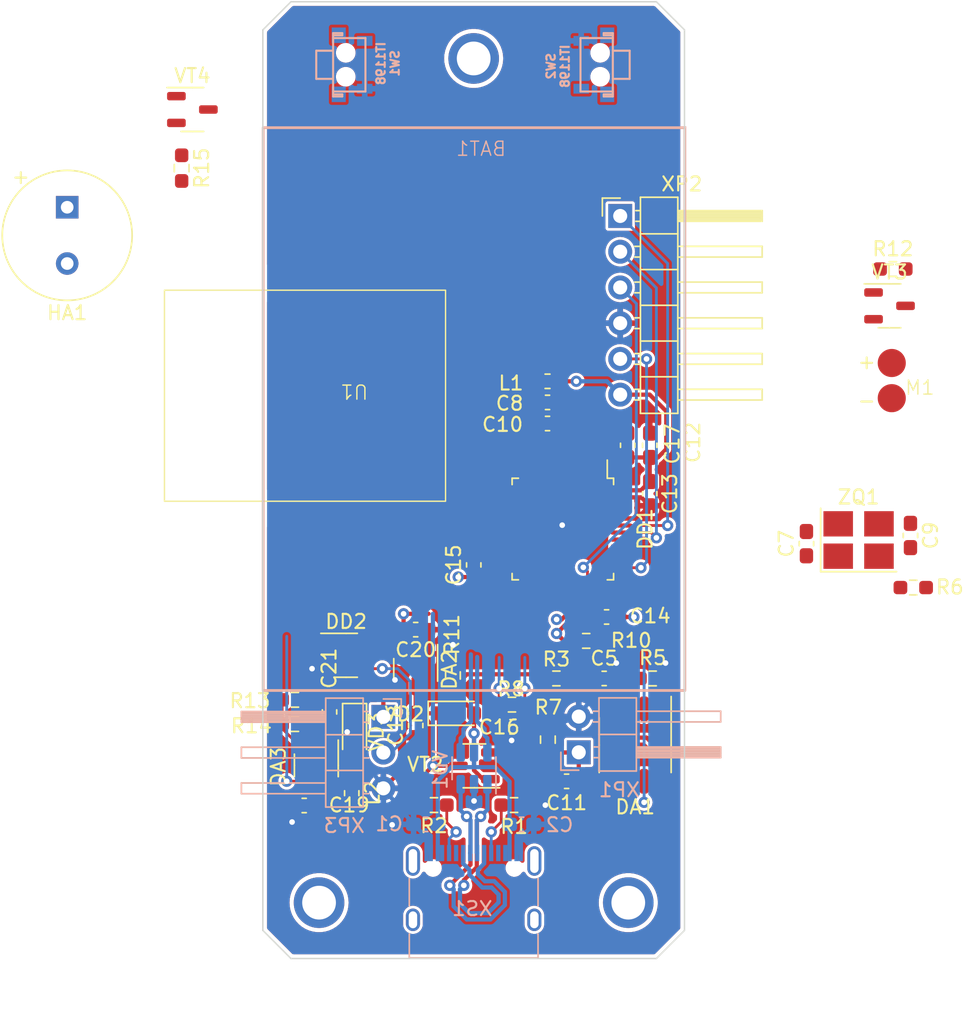
<source format=kicad_pcb>
(kicad_pcb (version 20221018) (generator pcbnew)
  (layers (0 "F.Cu" signal) (31 "B.Cu" signal) (36 "B.SilkS" user "B.Silkscreen") (37 "F.SilkS" user "F.Silkscreen") (38 "B.Mask" user) (39 "F.Mask" user) (44 "Edge.Cuts" user))
  (net 0 "")
  (net 1 "GND")
  (net 2 "/Unst.power")
  (net 3 "+3V3")
  (net 7 "/OSC_IN")
  (net 8 "/OSC_OUT")
  (net 9 "Net-(DA1-CE)")
  (net 10 "/VDDA")
  (net 11 "Net-(C9-Pad1)")
  (net 12 "/AKB")
  (net 13 "/BatADC")
  (net 14 "Net-(DA1-PROG)")
  (net 17 "/IS_CHARGING")
  (net 18 "Net-(DA3-SW)")
  (net 19 "Net-(DA3-FB)")
  (net 20 "/5V_EN")
  (net 22 "/BUT2")
  (net 23 "/BUT1")
  (net 24 "/BLE.TX")
  (net 25 "/BLE.RX")
  (net 26 "/BLE.PWRC")
  (net 27 "/BLE.RST")
  (net 28 "/BLE.STATUS")
  (net 29 "/USB.D-")
  (net 30 "/USB.D+")
  (net 31 "/SWDIO")
  (net 32 "/SWCLK")
  (net 35 "/VIBRO")
  (net 36 "/BatADC_EN")
  (net 41 "/USB.power")
  (net 45 "/NPX.D3V")
  (net 48 "/BUZZER")
  (net 49 "/UART.Cmd_TX")
  (net 50 "/UART.Cmd_RX")
  (net 52 "/NPX.D5V")
  (net 53 "Net-(HA1-+)")
  (net 54 "Net-(M1--)")
  (net 55 "Net-(XS1-CC1)")
  (net 56 "Net-(XS1-CC2)")
  (net 57 "Net-(VT3-D)")
  (net 58 "Net-(VT4-D)")
  (net 59 "/D+")
  (net 62 "/D-")
  (net 64 "/5V")
  (net 82 "/NRST")
  (footprint "Inductor_SMD:L_0603_1608Metric_Pad1.05x0.95mm_HandSolder" (layer "F.Cu") (at 109.325 90.25 90)
    (fp_text reference "L2")
    (fp_text value "4.7u")
  )
  (footprint "Capacitor_SMD:C_0603_1608Metric_Pad1.08x0.95mm_HandSolder" (layer "F.Cu") (at 128.9575 65.525 90)
    (fp_text reference "C17")
    (fp_text value "100n")
  )
  (footprint "Resistor_SMD:R_0603_1608Metric_Pad0.98x0.95mm_HandSolder" (layer "F.Cu") (at 120.725 83.955)
    (fp_text reference "R8")
    (fp_text value "100k")
  )
  (footprint "Inductor_SMD:L_0603_1608Metric_Pad1.05x0.95mm_HandSolder" (layer "F.Cu") (at 123.255 60.975 180)
    (fp_text reference "L1")
    (fp_text value "BLM##AG")
  )
  (footprint "Capacitor_SMD:C_0603_1608Metric_Pad1.08x0.95mm_HandSolder" (layer "F.Cu") (at 113.875 78.625 180)
    (fp_text reference "C20")
    (fp_text value "10u")
  )
  (footprint "Package_TO_SOT_SMD:SOT-23-6" (layer "F.Cu") (at 106.805 88.275 -90)
    (fp_text reference "DA3")
    (fp_text value "MT3608")
  )
  (footprint "Buzzer_Beeper:MagneticBuzzer_CUI_CST-931RP-A" (layer "F.Cu") (at 89.080723 48.605)
    (fp_text reference "HA1")
    (fp_text value "HC0903A")
  )
  (footprint "Resistor_SMD:R_0603_1608Metric_Pad0.98x0.95mm_HandSolder" (layer "F.Cu") (at 105.285 83.6125)
    (fp_text reference "R13")
    (fp_text value "110k")
  )
  (footprint "Package_TO_SOT_SMD:SOT-23-3" (layer "F.Cu") (at 118.052852 88.3075 180)
    (fp_text reference "VT2")
    (fp_text value "SI2302")
  )
  (footprint "Kais_Lib:Double_smd_solder" (layer "F.Cu") (at 147.745 60.925)
    (fp_text reference "M1")
    (fp_text value "Vibro_10mm")
  )
  (footprint "Capacitor_SMD:C_0603_1608Metric_Pad1.08x0.95mm_HandSolder" (layer "F.Cu") (at 123.255 62.475)
    (fp_text reference "C8")
    (fp_text value "1u")
  )
  (footprint "Resistor_SMD:R_0603_1608Metric_Pad0.98x0.95mm_HandSolder" (layer "F.Cu") (at 115.175 91.095)
    (fp_text reference "R2")
    (fp_text value "5.1k")
  )
  (footprint "Package_TO_SOT_SMD:SOT-23-5" (layer "F.Cu") (at 108.92527 80.45)
    (fp_text reference "DD2")
    (fp_text value "74LVC1G07")
  )
  (footprint "Package_QFP:LQFP-48_7x7mm_P0.5mm" (layer "F.Cu") (at 124.345 71.475 -90)
    (fp_text reference "DD1")
    (fp_text value "STM32F103CBTx")
  )
  (footprint "Capacitor_SMD:C_0603_1608Metric_Pad1.08x0.95mm_HandSolder" (layer "F.Cu") (at 130.525 68.9625 -90)
    (fp_text reference "C13")
    (fp_text value "100n")
  )
  (footprint "Package_TO_SOT_SMD:SOT-23-3" (layer "F.Cu") (at 113.875 81.4875 -90)
    (fp_text reference "DA2")
    (fp_text value "MCP1700-3302")
  )
  (footprint "Capacitor_SMD:C_0603_1608Metric_Pad1.08x0.95mm_HandSolder" (layer "F.Cu") (at 149.075 71.935 -90)
    (fp_text reference "C9")
    (fp_text value "8p*")
  )
  (footprint "Crystal:Crystal_SMD_3225-4Pin_3.2x2.5mm_HandSoldering" (layer "F.Cu") (at 145.385 72.255)
    (fp_text reference "ZQ1")
    (fp_text value "12MHz")
  )
  (footprint "Diode_SMD:D_SOD-323_HandSoldering" (layer "F.Cu") (at 116.77527 84.575)
    (fp_text reference "VD2")
    (fp_text value "PMEG3010")
  )
  (footprint "Kais_Lib:Hole_2.4" (layer "F.Cu") (at 107 98.03)
    (fp_text reference "H2" hide)
    (fp_text value "MountingHole")
  )
  (footprint "Capacitor_SMD:C_0603_1608Metric_Pad1.08x0.95mm_HandSolder" (layer "F.Cu") (at 113.875 85.4375 90)
    (fp_text reference "C18")
    (fp_text value "10u")
  )
  (footprint "Connector_PinHeader_2.54mm:PinHeader_1x06_P2.54mm_Horizontal" (layer "F.Cu") (at 128.425 49.225)
    (fp_text reference "XP2")
    (fp_text value "Conn_01x06")
  )
  (footprint "Resistor_SMD:R_0603_1608Metric_Pad0.98x0.95mm_HandSolder" (layer "F.Cu") (at 123.885 82.095 180)
    (fp_text reference "R3")
    (fp_text value "0.2")
  )
  (footprint "Capacitor_SMD:C_0603_1608Metric_Pad1.08x0.95mm_HandSolder" (layer "F.Cu") (at 118.005 74.025 90)
    (fp_text reference "C15")
    (fp_text value "100n")
  )
  (footprint "Package_SO:SO-8_3.9x4.9mm_P1.27mm" (layer "F.Cu") (at 129.49 86.83 -90)
    (fp_text reference "DA1")
    (fp_text value "TP4056")
  )
  (footprint "Capacitor_SMD:C_0603_1608Metric_Pad1.08x0.95mm_HandSolder" (layer "F.Cu") (at 130.525 65.525 90)
    (fp_text reference "C12")
    (fp_text value "4.7u")
  )
  (footprint "Capacitor_SMD:C_0603_1608Metric_Pad1.08x0.95mm_HandSolder" (layer "F.Cu") (at 107.745 84.475 90)
    (fp_text reference "C21")
    (fp_text value "22u")
  )
  (footprint "Resistor_SMD:R_0603_1608Metric_Pad0.98x0.95mm_HandSolder" (layer "F.Cu") (at 123.279642 86.445 -90)
    (fp_text reference "R7")
    (fp_text value "100k")
  )
  (footprint "Kais_Lib:JDY-23_BLE_module" (layer "F.Cu") (at 116 69.5 180)
    (fp_text reference "U1")
    (fp_text value "JDY-23")
  )
  (footprint "Package_TO_SOT_SMD:SOT-23-3" (layer "F.Cu") (at 97.9875 41.6588)
    (fp_text reference "VT4")
    (fp_text value "SI2302")
  )
  (footprint "Resistor_SMD:R_0603_1608Metric_Pad0.98x0.95mm_HandSolder" (layer "F.Cu") (at 116.52527 81.8825 -90)
    (fp_text reference "R11")
    (fp_text value "10k")
  )
  (footprint "Resistor_SMD:R_0603_1608Metric_Pad0.98x0.95mm_HandSolder" (layer "F.Cu") (at 120.875 91.095 180)
    (fp_text reference "R1")
    (fp_text value "5.1k")
  )
  (footprint "Resistor_SMD:R_0603_1608Metric_Pad0.98x0.95mm_HandSolder" (layer "F.Cu") (at 149.275 75.635)
    (fp_text reference "R6")
    (fp_text value "1k")
  )
  (footprint "Capacitor_SMD:C_0603_1608Metric_Pad1.08x0.95mm_HandSolder" (layer "F.Cu") (at 127.285 82.095)
    (fp_text reference "C5")
    (fp_text value "10u")
  )
  (footprint "Capacitor_SMD:C_0603_1608Metric_Pad1.08x0.95mm_HandSolder" (layer "F.Cu") (at 123.255 63.975)
    (fp_text reference "C10")
    (fp_text value "100n")
  )
  (footprint "Diode_SMD:D_SOD-323_HandSoldering" (layer "F.Cu") (at 109.525 85.8875 -90)
    (fp_text reference "VD3")
    (fp_text value "PMEG3010")
  )
  (footprint "Capacitor_SMD:C_0603_1608Metric_Pad1.08x0.95mm_HandSolder" (layer "F.Cu") (at 124.6125 89.405 180)
    (fp_text reference "C11")
    (fp_text value "10u")
  )
  (footprint "Resistor_SMD:R_0603_1608Metric_Pad0.98x0.95mm_HandSolder" (layer "F.Cu") (at 126.0075 79.425)
    (fp_text reference "R10")
    (fp_text value "1.5k")
  )
  (footprint "Kais_Lib:Hole_2.4" (layer "F.Cu") (at 129 98.03)
    (fp_text reference "H3" hide)
    (fp_text value "MountingHole")
  )
  (footprint "Package_TO_SOT_SMD:SOT-23-3" (layer "F.Cu") (at 147.5875 55.6124)
    (fp_text reference "VT3")
    (fp_text value "SI2302")
  )
  (footprint "Capacitor_SMD:C_0603_1608Metric_Pad1.08x0.95mm_HandSolder" (layer "F.Cu") (at 127.4575 77.725 180)
    (fp_text reference "C14")
    (fp_text value "100n")
  )
  (footprint "Capacitor_SMD:C_0603_1608Metric_Pad1.08x0.95mm_HandSolder" (layer "F.Cu") (at 141.675 72.515 90)
    (fp_text reference "C7")
    (fp_text value "8p*")
  )
  (footprint "Resistor_SMD:R_0603_1608Metric_Pad0.98x0.95mm_HandSolder" (layer "F.Cu") (at 130.7375 82.095 180)
    (fp_text reference "R5")
    (fp_text value "4.8k")
  )
  (footprint "Kais_Lib:Hole_2.4" (layer "F.Cu") (at 118 38.03)
    (fp_text reference "H1" hide)
    (fp_text value "MountingHole")
  )
  (footprint "Capacitor_SMD:C_0603_1608Metric_Pad1.08x0.95mm_HandSolder" (layer "F.Cu") (at 105.9425 91.125)
    (fp_text reference "C19")
    (fp_text value "22u")
  )
  (footprint "Resistor_SMD:R_0603_1608Metric_Pad0.98x0.95mm_HandSolder" (layer "F.Cu") (at 97.225 45.825 -90)
    (fp_text reference "R15")
    (fp_text value "1k")
  )
  (footprint "Capacitor_SMD:C_0603_1608Metric_Pad1.08x0.95mm_HandSolder" (layer "F.Cu") (at 120.725 85.5325)
    (fp_text reference "C16")
    (fp_text value "100n")
  )
  (footprint "Resistor_SMD:R_0603_1608Metric_Pad0.98x0.95mm_HandSolder" (layer "F.Cu") (at 147.825 52.995)
    (fp_text reference "R12")
    (fp_text value "1k")
  )
  (footprint "Resistor_SMD:R_0603_1608Metric_Pad0.98x0.95mm_HandSolder" (layer "F.Cu") (at 105.285 85.3375 180)
    (fp_text reference "R14")
    (fp_text value "15k")
  )
  (footprint "Connector_PinHeader_2.54mm:PinHeader_1x02_P2.54mm_Horizontal" (layer "B.Cu") (at 125.475 87.345)
    (fp_text reference "XP1")
    (fp_text value "Conn_01x02")
  )
  (footprint "Capacitor_SMD:C_0603_1608Metric_Pad1.08x0.95mm_HandSolder" (layer "B.Cu") (at 114.5875 92.465 180)
    (fp_text reference "C1")
    (fp_text value "100n")
  )
  (footprint "Connector_PinHeader_2.54mm:PinHeader_1x03_P2.54mm_Horizontal" (layer "B.Cu") (at 111.575 84.825 180)
    (fp_text reference "XP3")
    (fp_text value "Conn_01x03")
  )
  (footprint "BtnsSwitches:BTN_IT1198" (layer "B.Cu") (at 106.8 38.48 90)
    (fp_text reference "SW1")
    (fp_text value "IT1198")
  )
  (footprint "Kais_Lib:AKB_05x30x40" (layer "B.Cu") (at 133.025 42.95 180)
    (fp_text reference "BAT1")
    (fp_text value "AKB")
  )
  (footprint "Capacitor_SMD:C_0603_1608Metric_Pad1.08x0.95mm_HandSolder" (layer "B.Cu") (at 121.4125 92.465)
    (fp_text reference "C2")
    (fp_text value "100n")
  )
  (footprint "Package_TO_SOT_SMD:SOT-23-6" (layer "B.Cu") (at 118.02527 88.48039 90)
    (fp_text reference "VD1")
    (fp_text value "USBLC6_2SC6")
  )
  (footprint "BtnsSwitches:BTN_IT1198" (layer "B.Cu") (at 129.1 38.48 -90)
    (fp_text reference "SW2")
    (fp_text value "IT1198")
  )
  (footprint "Connector_USB:USB_C_Receptacle_XKB_U262-16XN-4BVC11" (layer "B.Cu") (at 118 98.175 180)
    (fp_text reference "XS1")
    (fp_text value "USB_C_Receptacle_USB2.0")
  )
  (gr_line locked (start 105 102) (end 131 102) (stroke (width 0.1)) (layer "Edge.Cuts"))
  (gr_line locked (start 133 100) (end 133 36) (stroke (width 0.1)) (layer "Edge.Cuts"))
  (gr_line locked (start 105 34) (end 103 36) (stroke (width 0.1)) (layer "Edge.Cuts"))
  (gr_line locked (start 103 36) (end 103 100) (stroke (width 0.1)) (layer "Edge.Cuts"))
  (gr_line locked (start 133 36) (end 131 34) (stroke (width 0.1)) (layer "Edge.Cuts"))
  (gr_line locked (start 103 100) (end 105 102) (stroke (width 0.1)) (layer "Edge.Cuts"))
  (gr_line locked (start 131 102) (end 133 100) (stroke (width 0.1)) (layer "Edge.Cuts"))
  (gr_line locked (start 131 34) (end 105 34) (stroke (width 0.1)) (layer "Edge.Cuts"))
  (segment (start 118.72527 90.1) (end 120.7925 90.1) (width 0.3) (layer "F.Cu") (net 1))
  (segment (start 129.925 69.225) (end 130.525 69.825) (width 0.3) (layer "F.Cu") (net 1))
  (segment (start 124.1175 63.975) (end 124.1175 62.475) (width 0.3) (layer "F.Cu") (net 1))
  (segment (start 109 85.9) (end 108.4375 85.3375) (width 0.3) (layer "F.Cu") (net 1))
  (segment (start 115.3575 90) (end 114.2625 91.095) (width 0.3) (layer "F.Cu") (net 1))
  (segment (start 131.65 81) (end 131.65 82.095) (width 0.3) (layer "F.Cu") (net 1))
  (segment (start 116.55527 81) (end 116.52527 80.97) (width 0.3) (layer "F.Cu") (net 1))
  (segment (start 123.75 90.45) (end 123.1 91.1) (width 0.3) (layer "F.Cu") (net 1))
  (segment (start 128.5075 70.725) (end 124.775 70.725) (width 0.3) (layer "F.Cu") (net 1))
  (segment (start 113.875 87.605) (end 113.875 86.3) (width 0.3) (layer "F.Cu") (net 1))
  (segment (start 118.02527 90.8) (end 117.22527 90) (width 0.3) (layer "F.Cu") (net 1))
  (segment (start 114.7375 78.625) (end 115.45027 78.625) (width 0.3) (layer "F.Cu") (net 1))
  (segment (start 111.575 89.905) (end 113.875 87.605) (width 0.3) (layer "F.Cu") (net 1))
  (segment (start 126.595 73.495) (end 124.3 71.2) (width 0.3) (layer "F.Cu") (net 1))
  (segment (start 121.775 73.725) (end 124.3 71.2) (width 0.3) (layer "F.Cu") (net 1))
  (segment (start 131.395 84.255) (end 131.395 82.35) (width 0.3) (layer "F.Cu") (net 1))
  (segment (start 128.1475 81) (end 128.1475 82.095) (width 0.3) (layer "F.Cu") (net 1))
  (segment (start 112.7 82.2) (end 114.55 80.35) (width 0.3) (layer "F.Cu") (net 1))
  (segment (start 119.8625 85.6625) (end 120.7 86.5) (width 0.3) (layer "F.Cu") (net 1))
  (segment (start 123.75 89.405) (end 123.75 90.45) (width 0.3) (layer "F.Cu") (net 1))
  (segment (start 116.52527 79.7) (end 116.52527 80.97) (width 0.3) (layer "F.Cu") (net 1))
  (segment (start 107.745 85.3375) (end 106.1975 85.3375) (width 0.3) (layer "F.Cu") (net 1))
  (segment (start 128.5075 69.225) (end 129.925 69.225) (width 0.3) (layer "F.Cu") (net 1))
  (segment (start 123.1 91.1) (end 121.7925 91.1) (width 0.3) (layer "F.Cu") (net 1))
  (segment (start 126.595 75.6375) (end 126.595 73.495) (width 0.3) (layer "F.Cu") (net 1))
  (segment (start 126.595 75.6375) (end 126.595 77.725) (width 0.3) (layer "F.Cu") (net 1))
  (segment (start 118.02527 90.8) (end 118.72527 90.1) (width 0.3) (layer "F.Cu") (net 1))
  (segment (start 120.1825 73.725) (end 121.775 73.725) (width 0.3) (layer "F.Cu") (net 1))
  (segment (start 120.7925 90.1) (end 121.7875 91.095) (width 0.3) (layer "F.Cu") (net 1))
  (segment (start 114.55 80.35) (end 114.825 80.35) (width 0.3) (layer "F.Cu") (net 1))
  (segment (start 128.5075 69.225) (end 126.275 69.225) (width 0.3) (layer "F.Cu") (net 1))
  (segment (start 128.5075 70.725) (end 129.625 70.725) (width 0.3) (layer "F.Cu") (net 1))
  (segment (start 118.5625 73.1625) (end 119.125 73.725) (width 0.3) (layer "F.Cu") (net 1))
  (segment (start 128.1475 81) (end 116.55527 81) (width 0.3) (layer "F.Cu") (net 1))
  (segment (start 106.1975 85.3375) (end 106.1975 85.5975) (width 0.3) (layer "F.Cu") (net 1))
  (segment (start 119.125 73.725) (end 120.1825 73.725) (width 0.3) (layer "F.Cu") (net 1))
  (segment (start 119.8625 85.5325) (end 119.8625 85.6625) (width 0.3) (layer "F.Cu") (net 1))
  (segment (start 105.08 92.3) (end 105.08 91.125) (width 0.3) (layer "F.Cu") (net 1))
  (segment (start 123.595 64.4975) (end 124.1175 63.975) (width 0.3) (layer "F.Cu") (net 1))
  (segment (start 123.595 67.3125) (end 123.595 64.4975) (width 0.3) (layer "F.Cu") (net 1))
  (segment (start 114.2625 91.095) (end 113.605 91.095) (width 0.3) (layer "F.Cu") (net 1))
  (segment (start 131.395 82.35) (end 131.65 82.095) (width 0.3) (layer "F.Cu") (net 1))
  (segment (start 112.4 82.2) (end 112.7 82.2) (width 0.3) (layer "F.Cu") (net 1))
  (segment (start 128.1475 82.095) (end 128.855 82.8025) (width 0.3) (layer "F.Cu") (net 1))
  (segment (start 117.22527 90) (end 115.3575 90) (width 0.3) (layer "F.Cu") (net 1))
  (segment (start 108.4375 85.3375) (end 107.745 85.3375) (width 0.3) (layer "F.Cu") (net 1))
  (segment (start 106.1975 85.5975) (end 106.805 86.205) (width 0.3) (layer "F.Cu") (net 1))
  (segment (start 123.595 67.3125) (end 123.595 70.495) (width 0.3) (layer "F.Cu") (net 1))
  (segment (start 107.65375 85.3375) (end 106.805 86.18625) (width 0.3) (layer "F.Cu") (net 1))
  (segment (start 113.605 91.095) (end 112.2 92.5) (width 0.3) (layer "F.Cu") (net 1))
  (segment (start 114.825 80.35) (end 114.825 78.7125) (width 0.3) (layer "F.Cu") (net 1))
  (segment (start 118.005 73.1625) (end 118.5625 73.1625) (width 0.3) (layer "F.Cu") (net 1))
  (segment (start 106.805 86.18625) (end 106.805 87.1375) (width 0.3) (layer "F.Cu") (net 1))
  (segment (start 106.805 86.205) (end 106.805 87.1375) (width 0.3) (layer "F.Cu") (net 1))
  (segment (start 126.275 69.225) (end 124.3 71.2) (width 0.3) (layer "F.Cu") (net 1))
  (segment (start 123.595 70.495) (end 124.3 71.2) (width 0.3) (layer "F.Cu") (net 1))
  (segment (start 107.745 85.3375) (end 107.65375 85.3375) (width 0.3) (layer "F.Cu") (net 1))
  (segment (start 114.825 78.7125) (end 114.7375 78.625) (width 0.3) (layer "F.Cu") (net 1))
  (segment (start 115.45027 78.625) (end 116.52527 79.7) (width 0.3) (layer "F.Cu") (net 1))
  (segment (start 129.625 70.725) (end 130.525 69.825) (width 0.3) (layer "F.Cu") (net 1))
  (segment (start 121.7925 91.1) (end 121.7875 91.095) (width 0.3) (layer "F.Cu") (net 1))
  (segment (start 124.775 70.725) (end 124.3 71.2) (width 0.3) (layer "F.Cu") (net 1))
  (segment (start 128.855 82.8025) (end 128.855 84.255) (width 0.3) (layer "F.Cu") (net 1))
  (segment (start 131.65 81) (end 128.1475 81) (width 0.3) (layer "F.Cu") (net 1))
  (via (at 112.2 92.5) (size 0.8) (drill 0.4) (layers "F.Cu" "B.Cu") (net 1))
  (via (at 105.08 92.3) (size 0.8) (drill 0.4) (layers "F.Cu" "B.Cu") (net 1))
  (via (at 123.1 91.1) (size 0.8) (drill 0.4) (layers "F.Cu" "B.Cu") (net 1))
  (via (at 109 85.9) (size 0.8) (drill 0.4) (layers "F.Cu" "B.Cu") (net 1))
  (via (at 112.4 82.2) (size 0.8) (drill 0.4) (layers "F.Cu" "B.Cu") (net 1))
  (via (at 128.1475 81) (size 0.8) (drill 0.4) (layers "F.Cu" "B.Cu") (net 1))
  (via (at 116.52527 79.7) (size 0.8) (drill 0.4) (layers "F.Cu" "B.Cu") (net 1))
  (via (at 118.02527 90.8) (size 0.8) (drill 0.4) (layers "F.Cu" "B.Cu") (net 1))
  (via (at 124.3 71.2) (size 0.8) (drill 0.4) (layers "F.Cu" "B.Cu") (net 1))
  (via (at 106.5 81.4) (size 0.8) (drill 0.4) (layers "F.Cu" "B.Cu") (net 1))
  (via (at 120.7 86.5) (size 0.8) (drill 0.4) (layers "F.Cu" "B.Cu") (net 1))
  (via (at 131.65 81) (size 0.8) (drill 0.4) (layers "F.Cu" "B.Cu") (net 1))
  (segment (start 111.575 89.905) (end 113.725 92.465) (width 0.3) (layer "B.Cu") (net 1))
  (segment (start 109 85.9) (end 111.575 89.905) (width 0.3) (layer "B.Cu") (net 1))
  (segment (start 109 84.4) (end 109 85.9) (width 0.3) (layer "B.Cu") (net 1))
  (segment (start 125.475 84.805) (end 120.7 86.5) (width 0.3) (layer "B.Cu") (net 1))
  (segment (start 112.4 82.2) (end 111.2 82.2) (width 0.3) (layer "B.Cu") (net 1))
  (segment (start 106.5 81.4) (end 109 85.9) (width 0.3) (layer "B.Cu") (net 1))
  (segment (start 122.275 92.465) (end 122.275 91.925) (width 0.3) (layer "B.Cu") (net 1))
  (segment (start 122.275 91.925) (end 123.1 91.1) (width 0.3) (layer "B.Cu") (net 1))
  (segment (start 128.1475 81) (end 125.475 84.805) (width 0.3) (layer "B.Cu") (net 1))
  (segment (start 112.2 92.5) (end 113.69 92.5) (width 0.3) (layer "B.Cu") (net 1))
  (segment (start 109 85.9) (end 105.08 92.3) (width 0.3) (layer "B.Cu") (net 1))
  (segment (start 113.69 92.5) (end 113.725 92.465) (width 0.3) (layer "B.Cu") (net 1))
  (segment (start 118.02527 90.8) (end 118.02527 89.61789) (width 0.3) (layer "B.Cu") (net 1))
  (segment (start 114.65 94.505) (end 114.65 93.39) (width 0.3) (layer "B.Cu") (net 1))
  (segment (start 114.65 93.39) (end 113.725 92.465) (width 0.3) (layer "B.Cu") (net 1))
  (segment (start 121.35 93.39) (end 122.275 92.465) (width 0.3) (layer "B.Cu") (net 1))
  (segment (start 121.35 94.505) (end 121.35 93.39) (width 0.3) (layer "B.Cu") (net 1))
  (segment (start 120.7 86.5) (end 123.1 91.1) (width 0.3) (layer "B.Cu") (net 1))
  (segment (start 111.2 82.2) (end 109 84.4) (width 0.3) (layer "B.Cu") (net 1))
  (segment (start 116.907852 88.3) (end 116.915352 88.3075) (width 0.3) (layer "F.Cu") (net 2))
  (segment (start 115.52527 87.87473) (end 115.1 88.3) (width 0.3) (layer "F.Cu") (net 2))
  (segment (start 115.1 88.3) (end 112.275 91.125) (width 0.3) (layer "F.Cu") (net 2))
  (segment (start 115.1 88.3) (end 116.907852 88.3) (width 0.3) (layer "F.Cu") (net 2))
  (segment (start 112.275 91.125) (end 109.325 91.125) (width 0.3) (layer "F.Cu") (net 2))
  (segment (start 113.875 84.575) (end 115.52527 84.575) (width 0.3) (layer "F.Cu") (net 2))
  (segment (start 113.875 82.625) (end 113.875 84.575) (width 0.3) (layer "F.Cu") (net 2))
  (segment (start 115.52527 84.575) (end 115.52527 87.87473) (width 0.3) (layer "F.Cu") (net 2))
  (segment (start 106.805 91.125) (end 109.325 91.125) (width 0.3) (layer "F.Cu") (net 2))
  (segment (start 106.805 91.125) (end 106.805 89.4125) (width 0.3) (layer "F.Cu") (net 2))
  (via (at 115.1 88.3) (size 0.8) (drill 0.4) (layers "F.Cu" "B.Cu") (net 2))
  (segment (start 115.1 88.3) (end 115.1 77.5) (width 0.3) (layer "B.Cu") (net 2))
  (segment (start 131.7 63.1) (end 131.7 65.8) (width 0.3) (layer "F.Cu") (net 3))
  (segment (start 116.9 74.8875) (end 118.005 74.8875) (width 0.3) (layer "F.Cu") (net 3))
  (segment (start 127.095 66.705) (end 127.095 67.3125) (width 0.3) (layer "F.Cu") (net 3))
  (segment (start 125.3 60.975) (end 124.13 60.975) (width 0.3) (layer "F.Cu") (net 3))
  (segment (start 129.4 77.725) (end 128.32 77.725) (width 0.3) (layer "F.Cu") (net 3))
  (segment (start 118.5125 74.8875) (end 118.005 74.8875) (width 0.3) (layer "F.Cu") (net 3))
  (segment (start 130.525 66.3875) (end 130.525 68.1) (width 0.3) (layer "F.Cu") (net 3))
  (segment (start 127.095 76.5) (end 128.32 77.725) (width 0.3) (layer "F.Cu") (net 3))
  (segment (start 128.5075 68.725) (end 129.9 68.725) (width 0.3) (layer "F.Cu") (net 3))
  (segment (start 131.7 65.8) (end 131.1125 66.3875) (width 0.3) (layer "F.Cu") (net 3))
  (segment (start 128.9575 66.3875) (end 127.4125 66.3875) (width 0.3) (layer "F.Cu") (net 3))
  (segment (start 127.4125 66.3875) (end 127.095 66.705) (width 0.3) (layer "F.Cu") (net 3))
  (segment (start 128.32 78.025) (end 126.92 79.425) (width 0.3) (layer "F.Cu") (net 3))
  (segment (start 128.425 61.925) (end 130.525 61.925) (width 0.3) (layer "F.Cu") (net 3))
  (segment (start 129.9 68.725) (end 130.525 68.1) (width 0.3) (layer "F.Cu") (net 3))
  (segment (start 120.1825 74.225) (end 119.175 74.225) (width 0.3) (layer "F.Cu") (net 3))
  (segment (start 113.0125 77.5) (end 114.7875 77.5) (width 0.3) (layer "F.Cu") (net 3))
  (segment (start 112.925 78.7125) (end 113.0125 78.625) (width 0.3) (layer "F.Cu") (net 3))
  (segment (start 113.0125 78.625) (end 113 78.6125) (width 0.3) (layer "F.Cu") (net 3))
  (segment (start 112.925 80.35) (end 112.925 78.7125) (width 0.3) (layer "F.Cu") (net 3))
  (segment (start 119.175 74.225) (end 118.5125 74.8875) (width 0.3) (layer "F.Cu") (net 3))
  (segment (start 130.525 61.925) (end 131.7 63.1) (width 0.3) (layer "F.Cu") (net 3))
  (segment (start 131.1125 66.3875) (end 130.525 66.3875) (width 0.3) (layer "F.Cu") (net 3))
  (segment (start 128.32 77.725) (end 128.32 78.025) (width 0.3) (layer "F.Cu") (net 3))
  (segment (start 127.095 75.6375) (end 127.095 76.5) (width 0.3) (layer "F.Cu") (net 3))
  (segment (start 113.0125 77.5) (end 113.0125 78.625) (width 0.3) (layer "F.Cu") (net 3))
  (segment (start 130.525 66.3875) (end 128.9575 66.3875) (width 0.3) (layer "F.Cu") (net 3))
  (via (at 129.4 77.725) (size 0.8) (drill 0.4) (layers "F.Cu" "B.Cu") (net 3))
  (via (at 113.0125 77.5) (size 0.8) (drill 0.4) (layers "F.Cu" "B.Cu") (net 3))
  (via (at 125.3 60.975) (size 0.8) (drill 0.4) (layers "F.Cu" "B.Cu") (net 3))
  (via (at 116.9 74.8875) (size 0.8) (drill 0.4) (layers "F.Cu" "B.Cu") (net 3))
  (segment (start 127.475 60.975) (end 128.425 61.925) (width 0.3) (layer "B.Cu") (net 3))
  (segment (start 125.3 60.975) (end 127.475 60.975) (width 0.3) (layer "B.Cu") (net 3))
  (segment (start 131.395 87.395) (end 131.395 89.405) (width 0.3) (layer "F.Cu") (net 9))
  (segment (start 124.7975 82.095) (end 126.4225 82.095) (width 0.3) (layer "F.Cu") (net 9))
  (segment (start 130.3 86.3) (end 131.395 87.395) (width 0.3) (layer "F.Cu") (net 9))
  (segment (start 127.585 85.485) (end 128.4 86.3) (width 0.3) (layer "F.Cu") (net 9))
  (segment (start 127.585 84.255) (end 127.585 85.485) (width 0.3) (layer "F.Cu") (net 9))
  (segment (start 127.585 84.255) (end 127.585 83.2575) (width 0.3) (layer "F.Cu") (net 9))
  (segment (start 128.4 86.3) (end 130.3 86.3) (width 0.3) (layer "F.Cu") (net 9))
  (segment (start 127.585 83.2575) (end 126.4225 82.095) (width 0.3) (layer "F.Cu") (net 9))
  (segment (start 122.38 60.975) (end 122.38 62.4625) (width 0.3) (layer "F.Cu") (net 10))
  (segment (start 122.3925 62.475) (end 122.3925 63.975) (width 0.3) (layer "F.Cu") (net 10))
  (segment (start 122.38 62.4625) (end 122.3925 62.475) (width 0.3) (layer "F.Cu") (net 10))
  (segment (start 122.3925 63.975) (end 123.095 64.6775) (width 0.3) (layer "F.Cu") (net 10))
  (segment (start 123.095 64.6775) (end 123.095 67.3125) (width 0.3) (layer "F.Cu") (net 10))
  (segment (start 123.279642 87.3575) (end 125.4625 87.3575) (width 0.3) (layer "F.Cu") (net 12))
  (segment (start 125.475 89.405) (end 127.585 89.405) (width 0.3) (layer "F.Cu") (net 12))
  (segment (start 125.4625 87.3575) (end 125.475 87.345) (width 0.3) (layer "F.Cu") (net 12))
  (segment (start 119.190352 87.3575) (end 123.279642 87.3575) (width 0.3) (layer "F.Cu") (net 12))
  (segment (start 125.475 89.405) (end 125.475 87.345) (width 0.3) (layer "F.Cu") (net 12))
  (segment (start 121.6375 83.955) (end 121.6375 82.8) (width 0.2) (layer "F.Cu") (net 13))
  (segment (start 121.5875 84.005) (end 121.6375 83.955) (width 0.2) (layer "F.Cu") (net 13))
  (segment (start 121.5875 85.5325) (end 121.5875 84.005) (width 0.2) (layer "F.Cu") (net 13))
  (segment (start 121.5875 85.5325) (end 123.279642 85.5325) (width 0.2) (layer "F.Cu") (net 13))
  (via (at 121.6375 82.8) (size 0.8) (drill 0.4) (layers "F.Cu" "B.Cu") (net 13))
  (segment (start 121.6375 82.8) (end 121.6375 80.6) (width 0.2) (layer "B.Cu") (net 13))
  (segment (start 130.125 82.395) (end 130.125 84.255) (width 0.2) (layer "F.Cu") (net 14))
  (segment (start 129.825 82.095) (end 130.125 82.395) (width 0.2) (layer "F.Cu") (net 14))
  (segment (start 130.125 90.9) (end 130.125 89.405) (width 0.2) (layer "F.Cu") (net 17))
  (via (at 130.125 90.9) (size 0.8) (drill 0.4) (layers "F.Cu" "B.Cu") (net 17))
  (segment (start 130.125 90.9) (end 130.125 80.3) (width 0.2) (layer "B.Cu") (net 17))
  (segment (start 107.755 87.1375) (end 109.525 87.1375) (width 0.3) (layer "F.Cu") (net 18))
  (segment (start 109.525 87.1375) (end 109.525 89.175) (width 0.3) (layer "F.Cu") (net 18))
  (segment (start 109.525 89.175) (end 109.325 89.375) (width 0.3) (layer "F.Cu") (net 18))
  (segment (start 104.3725 85.3375) (end 104.3725 85.655) (width 0.2) (layer "F.Cu") (net 19))
  (segment (start 104.3725 83.6125) (end 104.3725 85.3375) (width 0.2) (layer "F.Cu") (net 19))
  (segment (start 104.3725 85.655) (end 105.855 87.1375) (width 0.2) (layer "F.Cu") (net 19))
  (segment (start 105.8425 89.4) (end 105.855 89.4125) (width 0.2) (layer "F.Cu") (net 20))
  (segment (start 104.7 89.4) (end 105.8425 89.4) (width 0.2) (layer "F.Cu") (net 20))
  (via (at 104.7 89.4) (size 0.8) (drill 0.4) (layers "F.Cu" "B.Cu") (net 20))
  (segment (start 104.7 89.4) (end 104.7 79.1) (width 0.2) (layer "B.Cu") (net 20))
  (segment (start 123.9 77.9) (end 124.263603 77.9) (width 0.3) (layer "F.Cu") (net 29))
  (segment (start 125.12 77.043603) (end 125.12 76.768751) (width 0.3) (layer "F.Cu") (net 29))
  (segment (start 124.263603 77.9) (end 125.12 77.043603) (width 0.3) (layer "F.Cu") (net 29))
  (segment (start 125.095 76.743751) (end 125.095 75.6375) (width 0.3) (layer "F.Cu") (net 29))
  (segment (start 125.12 76.768751) (end 125.095 76.743751) (width 0.3) (layer "F.Cu") (net 29))
  (via (at 123.9 77.9) (size 0.8) (drill 0.4) (layers "F.Cu" "B.Cu") (net 29))
  (segment (start 117.8 80.6) (end 117.80027 85.164339) (width 0.3) (layer "B.Cu") (net 29))
  (segment (start 117.27527 86.149139) (end 117.07527 86.349139) (width 0.3) (layer "B.Cu") (net 29))
  (segment (start 117.8 80.3818) (end 117.8 80.6) (width 0.3) (layer "B.Cu") (net 29))
  (segment (start 117.07527 86.349139) (end 117.07527 87.34289) (width 0.3) (layer "B.Cu") (net 29))
  (segment (start 117.27527 85.689339) (end 117.27527 86.149139) (width 0.3) (layer "B.Cu") (net 29))
  (segment (start 117.80027 85.164339) (end 117.27527 85.689339) (width 0.3) (layer "B.Cu") (net 29))
  (segment (start 125.595 76.743751) (end 125.595 75.6375) (width 0.3) (layer "F.Cu") (net 30))
  (segment (start 125.57 77.23) (end 125.57 76.768751) (width 0.3) (layer "F.Cu") (net 30))
  (segment (start 125.57 76.768751) (end 125.595 76.743751) (width 0.3) (layer "F.Cu") (net 30))
  (segment (start 125.095 79.425) (end 124.425 79.425) (width 0.3) (layer "F.Cu") (net 30))
  (segment (start 123.9 78.9) (end 125.57 77.23) (width 0.3) (layer "F.Cu") (net 30))
  (segment (start 124.425 79.425) (end 123.9 78.9) (width 0.3) (layer "F.Cu") (net 30))
  (via (at 123.9 78.9) (size 0.8) (drill 0.4) (layers "F.Cu" "B.Cu") (net 30))
  (segment (start 118.77527 86.149139) (end 118.97527 86.349139) (width 0.3) (layer "B.Cu") (net 30))
  (segment (start 118.77527 85.689339) (end 118.77527 86.149139) (width 0.3) (layer "B.Cu") (net 30))
  (segment (start 118.25027 80.56793) (end 118.25027 85.164339) (width 0.3) (layer "B.Cu") (net 30))
  (segment (start 118.97527 86.349139) (end 118.97527 87.34289) (width 0.3) (layer "B.Cu") (net 30))
  (segment (start 118.25027 85.164339) (end 118.77527 85.689339) (width 0.3) (layer "B.Cu") (net 30))
  (segment (start 125.8 74.2) (end 126.095 74.495) (width 0.2) (layer "F.Cu") (net 31))
  (segment (start 126.095 74.495) (end 126.095 75.6375) (width 0.2) (layer "F.Cu") (net 31))
  (via (at 125.8 74.2) (size 0.8) (drill 0.4) (layers "F.Cu" "B.Cu") (net 31))
  (segment (start 125.8 74.2) (end 129.575 70.425) (width 0.2) (layer "B.Cu") (net 31))
  (segment (start 129.575 55.455) (end 128.425 54.305) (width 0.2) (layer "B.Cu") (net 31))
  (segment (start 129.575 70.425) (end 129.575 55.455) (width 0.2) (layer "B.Cu") (net 31))
  (segment (start 130.3 59.385) (end 128.425 59.385) (width 0.2) (layer "F.Cu") (net 32))
  (segment (start 128.5075 74.225) (end 129.9 74.225) (width 0.2) (layer "F.Cu") (net 32))
  (via (at 130.3 59.385) (size 0.8) (drill 0.4) (layers "F.Cu" "B.Cu") (net 32))
  (via (at 129.9 74.225) (size 0.8) (drill 0.4) (layers "F.Cu" "B.Cu") (net 32))
  (segment (start 130.3 73.825) (end 129.9 74.225) (width 0.2) (layer "B.Cu") (net 32))
  (segment (start 130.3 59.385) (end 130.3 73.825) (width 0.2) (layer "B.Cu") (net 32))
  (segment (start 119.8125 83.955) (end 119.8125 82.8) (width 0.2) (layer "F.Cu") (net 36))
  (via (at 119.8125 82.8) (size 0.8) (drill 0.4) (layers "F.Cu" "B.Cu") (net 36))
  (segment (start 119.8125 82.8) (end 119.8125 80.6) (width 0.2) (layer "B.Cu") (net 36))
  (segment (start 118.02527 86) (end 118.02527 84.575) (width 0.3) (layer "F.Cu") (net 41))
  (segment (start 117.52027 81.8) (end 116.52527 82.795) (width 0.3) (layer "F.Cu") (net 41))
  (segment (start 122.9725 82.095) (end 122.6775 81.8) (width 0.3) (layer "F.Cu") (net 41))
  (segment (start 122.9725 82.095) (end 122.7775 81.9) (width 0.3) (layer "F.Cu") (net 41))
  (segment (start 116.52527 82.795) (end 118.02527 84.575) (width 0.3) (layer "F.Cu") (net 41))
  (segment (start 118.6575 89.2575) (end 119.190352 89.2575) (width 0.3) (layer "F.Cu") (net 41))
  (segment (start 118.02527 88.62527) (end 118.6575 89.2575) (width 0.3) (layer "F.Cu") (net 41))
  (segment (start 118.02527 86) (end 118.02527 88.62527) (width 0.3) (layer "F.Cu") (net 41))
  (segment (start 122.6775 81.8) (end 117.52027 81.8) (width 0.3) (layer "F.Cu") (net 41))
  (via (at 118.02527 86) (size 0.8) (drill 0.4) (layers "F.Cu" "B.Cu") (net 41))
  (segment (start 118.02527 86) (end 118.02527 87.34289) (width 0.3) (layer "B.Cu") (net 41))
  (segment (start 119.525 88.4) (end 120.55 89.425) (width 0.3) (layer "B.Cu") (net 41))
  (segment (start 120.55 94.505) (end 120.55 92.465) (width 0.3) (layer "B.Cu") (net 41))
  (segment (start 118.02527 87.34289) (end 118.02527 88.32527) (width 0.3) (layer "B.Cu") (net 41))
  (segment (start 115.45 94.505) (end 115.45 92.465) (width 0.3) (layer "B.Cu") (net 41))
  (segment (start 116.4 88.4) (end 118.1 88.4) (width 0.3) (layer "B.Cu") (net 41))
  (segment (start 118.1 88.4) (end 119.525 88.4) (width 0.3) (layer "B.Cu") (net 41))
  (segment (start 115.45 92.465) (end 115.45 89.35) (width 0.3) (layer "B.Cu") (net 41))
  (segment (start 120.55 89.425) (end 120.55 92.465) (width 0.3) (layer "B.Cu") (net 41))
  (segment (start 115.45 89.35) (end 116.4 88.4) (width 0.3) (layer "B.Cu") (net 41))
  (segment (start 118.02527 88.32527) (end 118.1 88.4) (width 0.3) (layer "B.Cu") (net 41))
  (segment (start 130.625 71.725) (end 131 72.1) (width 0.2) (layer "F.Cu") (net 49))
  (segment (start 128.5075 71.725) (end 130.625 71.725) (width 0.2) (layer "F.Cu") (net 49))
  (via (at 131 72.1) (size 0.8) (drill 0.4) (layers "F.Cu" "B.Cu") (net 49))
  (segment (start 131 72.1) (end 131 54.34) (width 0.2) (layer "B.Cu") (net 49))
  (segment (start 131 54.34) (end 128.425 51.765) (width 0.2) (layer "B.Cu") (net 49))
  (segment (start 131.8 71.225) (end 128.5075 71.225) (width 0.2) (layer "F.Cu") (net 50))
  (via (at 131.8 71.225) (size 0.8) (drill 0.4) (layers "F.Cu" "B.Cu") (net 50))
  (segment (start 128.425 49.225) (end 131.8 52.6) (width 0.2) (layer "B.Cu") (net 50))
  (segment (start 131.8 52.6) (end 131.8 71.225) (width 0.2) (layer "B.Cu") (net 50))
  (segment (start 110.06277 81.4) (end 111.5 81.4) (width 0.2) (layer "F.Cu") (net 52))
  (via (at 111.5 81.4) (size 0.8) (drill 0.4) (layers "F.Cu" "B.Cu") (net 52))
  (segment (start 113.5 82.31005) (end 113.5 86) (width 0.2) (layer "B.Cu") (net 52))
  (segment (start 112.135 87.365) (end 111.575 87.365) (width 0.2) (layer "B.Cu") (net 52))
  (segment (start 111.5 81.4) (end 112.58995 81.4) (width 0.2) (layer "B.Cu") (net 52))
  (segment (start 112.58995 81.4) (end 113.5 82.31005) (width 0.2) (layer "B.Cu") (net 52))
  (segment (start 113.5 86) (end 112.135 87.365) (width 0.2) (layer "B.Cu") (net 52))
  (segment (start 119.9625 92.2875) (end 119.25 93) (width 0.2) (layer "F.Cu") (net 55))
  (segment (start 119.9625 91.095) (end 119.9625 92.2875) (width 0.2) (layer "F.Cu") (net 55))
  (via (at 119.25 93) (size 0.8) (drill 0.4) (layers "F.Cu" "B.Cu") (net 55))
  (segment (start 119.25 93) (end 119.25 94.505) (width 0.2) (layer "B.Cu") (net 55))
  (segment (start 116.0875 91.095) (end 116.0875 92.3375) (width 0.2) (layer "F.Cu") (net 56))
  (segment (start 116.0875 92.3375) (end 116.75 93) (width 0.2) (layer "F.Cu") (net 56))
  (via (at 116.75 93) (size 0.8) (drill 0.4) (layers "F.Cu" "B.Cu") (net 56))
  (segment (start 116.25 93.5) (end 116.25 94.505) (width 0.2) (layer "B.Cu") (net 56))
  (segment (start 116.75 93) (end 116.25 93.5) (width 0.2) (layer "B.Cu") (net 56))
  (segment (start 117.3 96.436397) (end 117.3 96.8) (width 0.3) (layer "F.Cu") (net 59))
  (segment (start 118.225001 95.511396) (end 117.3 96.436397) (width 0.3) (layer "F.Cu") (net 59))
  (segment (start 118.5 91.9) (end 118.225001 92.174999) (width 0.3) (layer "F.Cu") (net 59))
  (segment (start 118.225001 92.174999) (end 118.225001 95.511396) (width 0.3) (layer "F.Cu") (net 59))
  (via (at 117.3 96.8) (size 0.8) (drill 0.4) (layers "F.Cu" "B.Cu") (net 59))
  (via (at 118.5 91.9) (size 0.8) (drill 0.4) (layers "F.Cu" "B.Cu") (net 59))
  (segment (start 117.6932 98.775) (end 117.025 98.1068) (width 0.3) (layer "B.Cu") (net 59))
  (segment (start 118.225001 92.174999) (end 118.5 91.9) (width 0.3) (layer "B.Cu") (net 59))
  (segment (start 119.273197 96.954944) (end 119.768413 97.45016) (width 0.3) (layer "B.Cu") (net 59))
  (segment (start 119.768413 98.013387) (end 119.0068 98.775) (width 0.3) (layer "B.Cu") (net 59))
  (segment (start 118.97527 91.42473) (end 118.97527 89.61789) (width 0.3) (layer "B.Cu") (net 59))
  (segment (start 118.610153 96.954944) (end 119.273197 96.954944) (width 0.3) (layer "B.Cu") (net 59))
  (segment (start 117.25 94.505) (end 117.25 95.25) (width 0.3) (layer "B.Cu") (net 59))
  (segment (start 118.225001 94.480001) (end 118.225001 92.174999) (width 0.3) (layer "B.Cu") (net 59))
  (segment (start 119.0068 98.775) (end 117.6932 98.775) (width 0.3) (layer "B.Cu") (net 59))
  (segment (start 117.7 96.044791) (end 118.610153 96.954944) (width 0.3) (layer "B.Cu") (net 59))
  (segment (start 117.25 95.25) (end 117.7 95.7) (width 0.3) (layer "B.Cu") (net 59))
  (segment (start 117.025 98.1068) (end 117.025001 97.074999) (width 0.3) (layer "B.Cu") (net 59))
  (segment (start 117.7 95.7) (end 117.7 96.044791) (width 0.3) (layer "B.Cu") (net 59))
  (segment (start 119.768413 97.45016) (end 119.768413 98.013387) (width 0.3) (layer "B.Cu") (net 59))
  (segment (start 117.025001 97.074999) (end 117.3 96.8) (width 0.3) (layer "B.Cu") (net 59))
  (segment (start 118.25 94.505) (end 118.225001 94.480001) (width 0.3) (layer "B.Cu") (net 59))
  (segment (start 118.5 91.9) (end 118.97527 91.42473) (width 0.3) (layer "B.Cu") (net 59))
  (segment (start 117.774999 92.174999) (end 117.774999 95.325001) (width 0.3) (layer "F.Cu") (net 62))
  (segment (start 117.5 91.9) (end 117.774999 92.174999) (width 0.3) (layer "F.Cu") (net 62))
  (segment (start 117.774999 95.325001) (end 116.3 96.8) (width 0.3) (layer "F.Cu") (net 62))
  (via (at 116.3 96.8) (size 0.8) (drill 0.4) (layers "F.Cu" "B.Cu") (net 62))
  (via (at 117.5 91.9) (size 0.8) (drill 0.4) (layers "F.Cu" "B.Cu") (net 62))
  (segment (start 118.3 95.7) (end 118.3 96.008391) (width 0.3) (layer "B.Cu") (net 62))
  (segment (start 116.575 98.2932) (end 116.574999 97.074999) (width 0.3) (layer "B.Cu") (net 62))
  (segment (start 117.5068 99.225) (end 116.575 98.2932) (width 0.3) (layer "B.Cu") (net 62))
  (segment (start 117.5 91.9) (end 117.07527 91.47527) (width 0.3) (layer "B.Cu") (net 62))
  (segment (start 118.796553 96.504944) (end 119.459597 96.504944) (width 0.3) (layer "B.Cu") (net 62))
  (segment (start 118.75 95.25) (end 118.3 95.7) (width 0.3) (layer "B.Cu") (net 62))
  (segment (start 116.574999 97.074999) (end 116.3 96.8) (width 0.3) (layer "B.Cu") (net 62))
  (segment (start 118.3 96.008391) (end 118.796553 96.504944) (width 0.3) (layer "B.Cu") (net 62))
  (segment (start 117.774999 92.174999) (end 117.5 91.9) (width 0.3) (layer "B.Cu") (net 62))
  (segment (start 119.1932 99.225) (end 117.5068 99.225) (width 0.3) (layer "B.Cu") (net 62))
  (segment (start 118.75 94.505) (end 118.75 95.25) (width 0.3) (layer "B.Cu") (net 62))
  (segment (start 117.774999 94.480001) (end 117.774999 92.174999) (width 0.3) (layer "B.Cu") (net 62))
  (segment (start 119.459597 96.504944) (end 120.218413 97.26376) (width 0.3) (layer "B.Cu") (net 62))
  (segment (start 117.75 94.505) (end 117.774999 94.480001) (width 0.3) (layer "B.Cu") (net 62))
  (segment (start 120.218413 98.199787) (end 119.1932 99.225) (width 0.3) (layer "B.Cu") (net 62))
  (segment (start 120.218413 97.26376) (end 120.218413 98.199787) (width 0.3) (layer "B.Cu") (net 62))
  (segment (start 117.07527 91.47527) (end 117.07527 89.61789) (width 0.3) (layer "B.Cu") (net 62))
  (segment (start 107.745 82.855) (end 108.1 82.5) (width 0.3) (layer "F.Cu") (net 64))
  (segment (start 107.745 83.6125) (end 107.745 82.855) (width 0.3) (layer "F.Cu") (net 64))
  (segment (start 108.1 82.5) (end 108.9 82.5) (width 0.3) (layer "F.Cu") (net 64))
  (segment (start 107.745 83.6125) (end 108.5 83.6125) (width 0.3) (layer "F.Cu") (net 64))
  (segment (start 110.8 82.5) (end 111.575 83.275) (width 0.3) (layer "F.Cu") (net 64))
  (segment (start 111.575 83.275) (end 111.575 84.825) (width 0.3) (layer "F.Cu") (net 64))
  (segment (start 106.1975 83.6125) (end 107.745 83.6125) (width 0.3) (layer "F.Cu") (net 64))
  (segment (start 110.06277 79.5) (end 108.9 80.66277) (width 0.3) (layer "F.Cu") (net 64))
  (segment (start 108.5 83.6125) (end 109.525 84.6375) (width 0.3) (layer "F.Cu") (net 64))
  (segment (start 108.9 82.5) (end 110.8 82.5) (width 0.3) (layer "F.Cu") (net 64))
  (segment (start 108.9 80.66277) (end 108.9 82.5) (width 0.3) (layer "F.Cu") (net 64))
  (zone locked (net 1) (net_name "GND") (layers "F&B.Cu") (connect_pads (clearance 0.2)) (min_thickness 0.3) (fill yes (thermal_gap 0.2) (thermal_bridge_width 0.4))
    (polygon (pts (xy 131 102) (xy 133 100) (xy 133 36) (xy 131 34) (xy 105 34) (xy 103 36) (xy 103 100) (xy 105 102)))
  )
)
</source>
